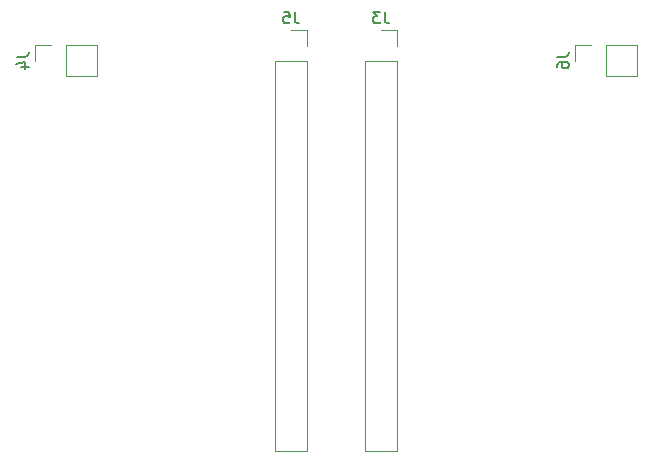
<source format=gbr>
G04 #@! TF.FileFunction,Legend,Bot*
%FSLAX46Y46*%
G04 Gerber Fmt 4.6, Leading zero omitted, Abs format (unit mm)*
G04 Created by KiCad (PCBNEW 4.0.7-e2-6376~61~ubuntu18.04.1) date Thu Jan 17 03:08:45 2019*
%MOMM*%
%LPD*%
G01*
G04 APERTURE LIST*
%ADD10C,0.100000*%
%ADD11C,0.120000*%
%ADD12C,0.150000*%
G04 APERTURE END LIST*
D10*
D11*
X151190000Y-112836000D02*
X148530000Y-112836000D01*
X151190000Y-79756000D02*
X151190000Y-112836000D01*
X148530000Y-79756000D02*
X148530000Y-112836000D01*
X151190000Y-79756000D02*
X148530000Y-79756000D01*
X151190000Y-78486000D02*
X151190000Y-77156000D01*
X151190000Y-77156000D02*
X149860000Y-77156000D01*
X125790000Y-78426000D02*
X125790000Y-81086000D01*
X123190000Y-78426000D02*
X125790000Y-78426000D01*
X123190000Y-81086000D02*
X125790000Y-81086000D01*
X123190000Y-78426000D02*
X123190000Y-81086000D01*
X121920000Y-78426000D02*
X120590000Y-78426000D01*
X120590000Y-78426000D02*
X120590000Y-79756000D01*
X143570000Y-112836000D02*
X140910000Y-112836000D01*
X143570000Y-79756000D02*
X143570000Y-112836000D01*
X140910000Y-79756000D02*
X140910000Y-112836000D01*
X143570000Y-79756000D02*
X140910000Y-79756000D01*
X143570000Y-78486000D02*
X143570000Y-77156000D01*
X143570000Y-77156000D02*
X142240000Y-77156000D01*
X171510000Y-78426000D02*
X171510000Y-81086000D01*
X168910000Y-78426000D02*
X171510000Y-78426000D01*
X168910000Y-81086000D02*
X171510000Y-81086000D01*
X168910000Y-78426000D02*
X168910000Y-81086000D01*
X167640000Y-78426000D02*
X166310000Y-78426000D01*
X166310000Y-78426000D02*
X166310000Y-79756000D01*
D12*
X150193333Y-75608381D02*
X150193333Y-76322667D01*
X150240953Y-76465524D01*
X150336191Y-76560762D01*
X150479048Y-76608381D01*
X150574286Y-76608381D01*
X149812381Y-75608381D02*
X149193333Y-75608381D01*
X149526667Y-75989333D01*
X149383809Y-75989333D01*
X149288571Y-76036952D01*
X149240952Y-76084571D01*
X149193333Y-76179810D01*
X149193333Y-76417905D01*
X149240952Y-76513143D01*
X149288571Y-76560762D01*
X149383809Y-76608381D01*
X149669524Y-76608381D01*
X149764762Y-76560762D01*
X149812381Y-76513143D01*
X119042381Y-79422667D02*
X119756667Y-79422667D01*
X119899524Y-79375047D01*
X119994762Y-79279809D01*
X120042381Y-79136952D01*
X120042381Y-79041714D01*
X119375714Y-80327429D02*
X120042381Y-80327429D01*
X118994762Y-80089333D02*
X119709048Y-79851238D01*
X119709048Y-80470286D01*
X142573333Y-75608381D02*
X142573333Y-76322667D01*
X142620953Y-76465524D01*
X142716191Y-76560762D01*
X142859048Y-76608381D01*
X142954286Y-76608381D01*
X141620952Y-75608381D02*
X142097143Y-75608381D01*
X142144762Y-76084571D01*
X142097143Y-76036952D01*
X142001905Y-75989333D01*
X141763809Y-75989333D01*
X141668571Y-76036952D01*
X141620952Y-76084571D01*
X141573333Y-76179810D01*
X141573333Y-76417905D01*
X141620952Y-76513143D01*
X141668571Y-76560762D01*
X141763809Y-76608381D01*
X142001905Y-76608381D01*
X142097143Y-76560762D01*
X142144762Y-76513143D01*
X164762381Y-79422667D02*
X165476667Y-79422667D01*
X165619524Y-79375047D01*
X165714762Y-79279809D01*
X165762381Y-79136952D01*
X165762381Y-79041714D01*
X164762381Y-80327429D02*
X164762381Y-80136952D01*
X164810000Y-80041714D01*
X164857619Y-79994095D01*
X165000476Y-79898857D01*
X165190952Y-79851238D01*
X165571905Y-79851238D01*
X165667143Y-79898857D01*
X165714762Y-79946476D01*
X165762381Y-80041714D01*
X165762381Y-80232191D01*
X165714762Y-80327429D01*
X165667143Y-80375048D01*
X165571905Y-80422667D01*
X165333810Y-80422667D01*
X165238571Y-80375048D01*
X165190952Y-80327429D01*
X165143333Y-80232191D01*
X165143333Y-80041714D01*
X165190952Y-79946476D01*
X165238571Y-79898857D01*
X165333810Y-79851238D01*
M02*

</source>
